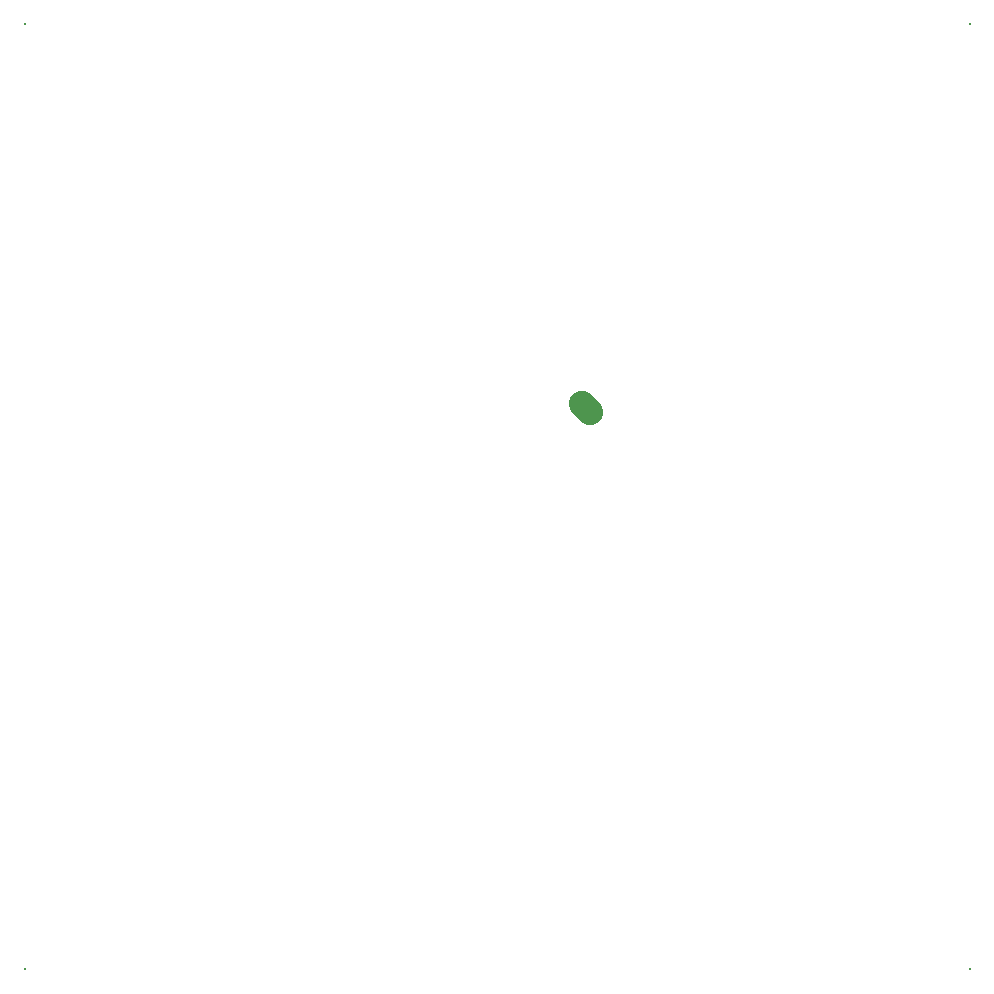
<source format=gbs>
G04 Layer_Color=16711935*
%FSLAX25Y25*%
%MOIN*%
G70*
G01*
G75*
%ADD16C,0.00800*%
G04:AMPARAMS|DCode=17|XSize=86.74mil|YSize=126.11mil|CornerRadius=0mil|HoleSize=0mil|Usage=FLASHONLY|Rotation=45.000|XOffset=0mil|YOffset=0mil|HoleType=Round|Shape=Round|*
%AMOVALD17*
21,1,0.03937,0.08674,0.00000,0.00000,135.0*
1,1,0.08674,0.01392,-0.01392*
1,1,0.08674,-0.01392,0.01392*
%
%ADD17OVALD17*%

D16*
X-157480Y-157480D02*
D03*
X157480D02*
D03*
Y157480D02*
D03*
X-157480D02*
D03*
D17*
X29528Y29528D02*
D03*
M02*

</source>
